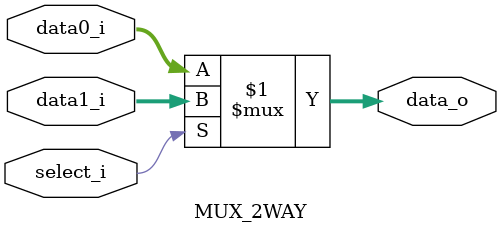
<source format=v>
module MUX_2WAY
(
    data0_i,
    data1_i,
    select_i,
    data_o
);

input [31:0] data0_i, data1_i;
input select_i;
output [31:0] data_o;

assign data_o = select_i ? data1_i : data0_i;

endmodule

</source>
